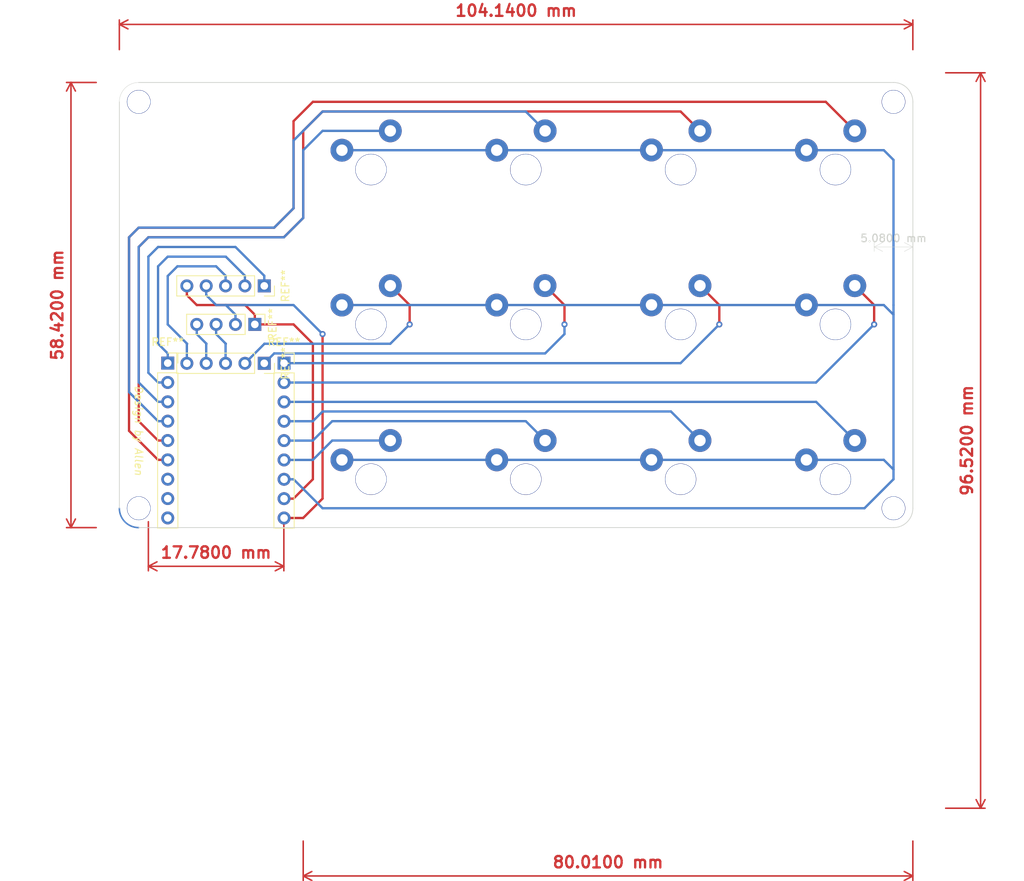
<source format=kicad_pcb>
(kicad_pcb (version 20211014) (generator pcbnew)
  (title_block (title "4*3_programmable_keyboard") (date "2022-05-29"))
  (layers (0 "F.Cu" signal) (31 "B.Cu" signal) (34 "B.Paste" user) (35 "F.Paste" user) (36 "B.SilkS" user "B.Silkscreen") (37 "F.SilkS" user "F.Silkscreen") (38 "B.Mask" user) (39 "F.Mask" user) (44 "Edge.Cuts" user))
  (net 0 "")
  (footprint "" (layer "F.Cu") (at 100.316608 79.98889)
    (fp_text reference "" (at 0 0) (layer "F.SilkS") (effects (font (size 1.27 1.27))))
    (fp_text value "" (at 0 0) (layer "F.SilkS") (effects (font (size 1.27 1.27))))
    (pad "1" thru_hole circle (at 0 0) (size 3 3) (drill 1.5) (layers *.Cu *.Mask))
  )
  (footprint "" (layer "F.Cu") (at 106.68 57.15)
    (fp_text reference "" (at 0 0) (layer "F.SilkS") (effects (font (size 1.27 1.27))))
    (fp_text value "" (at 0 0) (layer "F.SilkS") (effects (font (size 1.27 1.27))))
    (pad "1" thru_hole circle (at 0 0) (size 3 3) (drill 1.5) (layers *.Cu *.Mask))
  )
  (footprint "Connector_PinSocket_2.54mm:PinSocket_1x09_P2.54mm_Vertical" (layer "F.Cu") (at 52.095 87.64)
    (fp_text reference "REF**" (at 0 -2.77) (layer "F.SilkS"))
    (fp_text value "PinSocket_1x09_P2.54mm_Vertical")
    (fp_line (start -1.33 1.27) (end 1.33 1.27) (layer "F.SilkS") (width 0.12))
    (fp_line (start 1.33 1.27) (end 1.33 21.65) (layer "F.SilkS") (width 0.12))
    (fp_line (start -1.33 1.27) (end -1.33 21.65) (layer "F.SilkS") (width 0.12))
    (fp_line (start 1.33 -1.33) (end 1.33 0) (layer "F.SilkS") (width 0.12))
    (fp_line (start -1.33 21.65) (end 1.33 21.65) (layer "F.SilkS") (width 0.12))
    (fp_line (start 0 -1.33) (end 1.33 -1.33) (layer "F.SilkS") (width 0.12))
    (pad "1" thru_hole rect (at 0 0) (size 1.7 1.7) (drill 1) (layers *.Cu *.Mask))
    (pad "2" thru_hole oval (at 0 2.54) (size 1.7 1.7) (drill 1) (layers *.Cu *.Mask))
    (pad "3" thru_hole oval (at 0 5.08) (size 1.7 1.7) (drill 1) (layers *.Cu *.Mask))
    (pad "4" thru_hole oval (at 0 7.62) (size 1.7 1.7) (drill 1) (layers *.Cu *.Mask))
    (pad "5" thru_hole oval (at 0 10.16) (size 1.7 1.7) (drill 1) (layers *.Cu *.Mask))
    (pad "6" thru_hole oval (at 0 12.7) (size 1.7 1.7) (drill 1) (layers *.Cu *.Mask))
    (pad "7" thru_hole oval (at 0 15.24) (size 1.7 1.7) (drill 1) (layers *.Cu *.Mask))
    (pad "8" thru_hole oval (at 0 17.78) (size 1.7 1.7) (drill 1) (layers *.Cu *.Mask))
    (pad "9" thru_hole oval (at 0 20.32) (size 1.7 1.7) (drill 1) (layers *.Cu *.Mask))
  )
  (footprint "" (layer "F.Cu") (at 127 77.47)
    (fp_text reference "" (at 0 0) (layer "F.SilkS") (effects (font (size 1.27 1.27))))
    (fp_text value "" (at 0 0) (layer "F.SilkS") (effects (font (size 1.27 1.27))))
    (pad "1" thru_hole circle (at 0 0) (size 3 3) (drill 1.5) (layers *.Cu *.Mask))
  )
  (footprint "" (layer "F.Cu") (at 86.36 57.15)
    (fp_text reference "" (at 0 0) (layer "F.SilkS") (effects (font (size 1.27 1.27))))
    (fp_text value "" (at 0 0) (layer "F.SilkS") (effects (font (size 1.27 1.27))))
    (pad "1" thru_hole circle (at 0 0) (size 3 3) (drill 1.5) (layers *.Cu *.Mask))
  )
  (footprint "" (layer "F.Cu") (at 120.65 59.69)
    (fp_text reference "" (at 0 0) (layer "F.SilkS") (effects (font (size 1.27 1.27))))
    (fp_text value "" (at 0 0) (layer "F.SilkS") (effects (font (size 1.27 1.27))))
    (pad "1" thru_hole circle (at 0 0) (size 3 3) (drill 1.5) (layers *.Cu *.Mask))
  )
  (footprint "" (layer "F.Cu") (at 80.01 80.01)
    (fp_text reference "" (at 0 0) (layer "F.SilkS") (effects (font (size 1.27 1.27))))
    (fp_text value "" (at 0 0) (layer "F.SilkS") (effects (font (size 1.27 1.27))))
    (pad "1" thru_hole circle (at 0 0) (size 3 3) (drill 1.5) (layers *.Cu *.Mask))
  )
  (footprint "" (layer "F.Cu") (at 80.01 59.69)
    (fp_text reference "" (at 0 0) (layer "F.SilkS") (effects (font (size 1.27 1.27))))
    (fp_text value "" (at 0 0) (layer "F.SilkS") (effects (font (size 1.27 1.27))))
    (pad "1" thru_hole circle (at 0 0) (size 3 3) (drill 1.5) (layers *.Cu *.Mask))
  )
  (footprint "" (layer "F.Cu") (at 100.316608 59.659281)
    (fp_text reference "" (at 0 0) (layer "F.SilkS") (effects (font (size 1.27 1.27))))
    (fp_text value "" (at 0 0) (layer "F.SilkS") (effects (font (size 1.27 1.27))))
    (pad "1" thru_hole circle (at 0 0) (size 3 3) (drill 1.5) (layers *.Cu *.Mask))
  )
  (footprint "Connector_PinSocket_2.54mm:PinSocket_1x09_P2.54mm_Vertical" (layer "F.Cu") (at 36.83 87.63)
    (fp_text reference "REF**" (at 0 -2.77) (layer "F.SilkS"))
    (fp_text value "PinSocket_1x09_P2.54mm_Vertical")
    (fp_line (start -1.33 1.27) (end 1.33 1.27) (layer "F.SilkS") (width 0.12))
    (fp_line (start 1.33 1.27) (end 1.33 21.65) (layer "F.SilkS") (width 0.12))
    (fp_line (start -1.33 1.27) (end -1.33 21.65) (layer "F.SilkS") (width 0.12))
    (fp_line (start 1.33 -1.33) (end 1.33 0) (layer "F.SilkS") (width 0.12))
    (fp_line (start -1.33 21.65) (end 1.33 21.65) (layer "F.SilkS") (width 0.12))
    (fp_line (start 0 -1.33) (end 1.33 -1.33) (layer "F.SilkS") (width 0.12))
    (pad "1" thru_hole rect (at 0 0) (size 1.7 1.7) (drill 1) (layers *.Cu *.Mask))
    (pad "2" thru_hole oval (at 0 2.54) (size 1.7 1.7) (drill 1) (layers *.Cu *.Mask))
    (pad "3" thru_hole oval (at 0 5.08) (size 1.7 1.7) (drill 1) (layers *.Cu *.Mask))
    (pad "4" thru_hole oval (at 0 7.62) (size 1.7 1.7) (drill 1) (layers *.Cu *.Mask))
    (pad "5" thru_hole oval (at 0 10.16) (size 1.7 1.7) (drill 1) (layers *.Cu *.Mask))
    (pad "6" thru_hole oval (at 0 12.7) (size 1.7 1.7) (drill 1) (layers *.Cu *.Mask))
    (pad "7" thru_hole oval (at 0 15.24) (size 1.7 1.7) (drill 1) (layers *.Cu *.Mask))
    (pad "8" thru_hole oval (at 0 17.78) (size 1.7 1.7) (drill 1) (layers *.Cu *.Mask))
    (pad "9" thru_hole oval (at 0 20.32) (size 1.7 1.7) (drill 1) (layers *.Cu *.Mask))
  )
  (footprint "" (layer "F.Cu") (at 59.69 59.69)
    (fp_text reference "" (at 0 0) (layer "F.SilkS") (effects (font (size 1.27 1.27))))
    (fp_text value "" (at 0 0) (layer "F.SilkS") (effects (font (size 1.27 1.27))))
    (pad "1" thru_hole circle (at 0 0) (size 3 3) (drill 1.5) (layers *.Cu *.Mask))
  )
  (footprint "" (layer "F.Cu") (at 120.65 100.33)
    (fp_text reference "" (at 0 0) (layer "F.SilkS") (effects (font (size 1.27 1.27))))
    (fp_text value "" (at 0 0) (layer "F.SilkS") (effects (font (size 1.27 1.27))))
    (pad "1" thru_hole circle (at 0 0) (size 3 3) (drill 1.5) (layers *.Cu *.Mask))
  )
  (footprint "" (layer "F.Cu") (at 100.316608 100.318499)
    (fp_text reference "" (at 0 0) (layer "F.SilkS") (effects (font (size 1.27 1.27))))
    (fp_text value "" (at 0 0) (layer "F.SilkS") (effects (font (size 1.27 1.27))))
    (pad "1" thru_hole circle (at 0 0) (size 3 3) (drill 1.5) (layers *.Cu *.Mask))
  )
  (footprint "" (layer "F.Cu") (at 66.04 77.47)
    (fp_text reference "" (at 0 0) (layer "F.SilkS") (effects (font (size 1.27 1.27))))
    (fp_text value "" (at 0 0) (layer "F.SilkS") (effects (font (size 1.27 1.27))))
    (pad "1" thru_hole circle (at 0 0) (size 3 3) (drill 1.5) (layers *.Cu *.Mask))
  )
  (footprint "" (layer "F.Cu") (at 86.36 97.79)
    (fp_text reference "" (at 0 0) (layer "F.SilkS") (effects (font (size 1.27 1.27))))
    (fp_text value "" (at 0 0) (layer "F.SilkS") (effects (font (size 1.27 1.27))))
    (pad "1" thru_hole circle (at 0 0) (size 3 3) (drill 1.5) (layers *.Cu *.Mask))
  )
  (footprint "" (layer "F.Cu") (at 66.04 97.79)
    (fp_text reference "" (at 0 0) (layer "F.SilkS") (effects (font (size 1.27 1.27))))
    (fp_text value "" (at 0 0) (layer "F.SilkS") (effects (font (size 1.27 1.27))))
    (pad "1" thru_hole circle (at 0 0) (size 3 3) (drill 1.5) (layers *.Cu *.Mask))
  )
  (footprint "" (layer "F.Cu") (at 86.340782 77.460391)
    (fp_text reference "" (at 0 0) (layer "F.SilkS") (effects (font (size 1.27 1.27))))
    (fp_text value "" (at 0 0) (layer "F.SilkS") (effects (font (size 1.27 1.27))))
    (pad "1" thru_hole circle (at 0 0) (size 3 3) (drill 1.5) (layers *.Cu *.Mask))
  )
  (footprint "" (layer "F.Cu") (at 80.01 100.33)
    (fp_text reference "" (at 0 0) (layer "F.SilkS") (effects (font (size 1.27 1.27))))
    (fp_text value "" (at 0 0) (layer "F.SilkS") (effects (font (size 1.27 1.27))))
    (pad "1" thru_hole circle (at 0 0) (size 3 3) (drill 1.5) (layers *.Cu *.Mask))
  )
  (footprint "" (layer "F.Cu") (at 106.68 97.79)
    (fp_text reference "" (at 0 0) (layer "F.SilkS") (effects (font (size 1.27 1.27))))
    (fp_text value "" (at 0 0) (layer "F.SilkS") (effects (font (size 1.27 1.27))))
    (pad "1" thru_hole circle (at 0 0) (size 3 3) (drill 1.5) (layers *.Cu *.Mask))
  )
  (footprint "" (layer "F.Cu") (at 59.69 80.01)
    (fp_text reference "" (at 0 0) (layer "F.SilkS") (effects (font (size 1.27 1.27))))
    (fp_text value "" (at 0 0) (layer "F.SilkS") (effects (font (size 1.27 1.27))))
    (pad "1" thru_hole circle (at 0 0) (size 3 3) (drill 1.5) (layers *.Cu *.Mask))
  )
  (footprint "" (layer "F.Cu") (at 106.68 77.47)
    (fp_text reference "" (at 0 0) (layer "F.SilkS") (effects (font (size 1.27 1.27))))
    (fp_text value "" (at 0 0) (layer "F.SilkS") (effects (font (size 1.27 1.27))))
    (pad "1" thru_hole circle (at 0 0) (size 3 3) (drill 1.5) (layers *.Cu *.Mask))
  )
  (footprint "" (layer "F.Cu") (at 127 97.79)
    (fp_text reference "" (at 0 0) (layer "F.SilkS") (effects (font (size 1.27 1.27))))
    (fp_text value "" (at 0 0) (layer "F.SilkS") (effects (font (size 1.27 1.27))))
    (pad "1" thru_hole circle (at 0 0) (size 3 3) (drill 1.5) (layers *.Cu *.Mask))
  )
  (footprint "" (layer "F.Cu") (at 120.646217 79.98889)
    (fp_text reference "" (at 0 0) (layer "F.SilkS") (effects (font (size 1.27 1.27))))
    (fp_text value "" (at 0 0) (layer "F.SilkS") (effects (font (size 1.27 1.27))))
    (pad "1" thru_hole circle (at 0 0) (size 3 3) (drill 1.5) (layers *.Cu *.Mask))
  )
  (footprint "Connector_PinSocket_2.54mm:PinSocket_1x05_P2.54mm_Vertical" (layer "F.Cu") (at 49.5 87.655 -90)
    (fp_text reference "REF**" (at 0 -2.77 90) (layer "F.SilkS"))
    (fp_text value "PinSocket_1x05_P2.54mm_Vertical")
    (fp_line (start -1.33 11.49) (end 1.33 11.49) (layer "F.SilkS") (width 0.12))
    (fp_line (start 1.33 -1.33) (end 1.33 0) (layer "F.SilkS") (width 0.12))
    (fp_line (start -1.33 1.27) (end 1.33 1.27) (layer "F.SilkS") (width 0.12))
    (fp_line (start -1.33 1.27) (end -1.33 11.49) (layer "F.SilkS") (width 0.12))
    (fp_line (start 1.33 1.27) (end 1.33 11.49) (layer "F.SilkS") (width 0.12))
    (fp_line (start 0 -1.33) (end 1.33 -1.33) (layer "F.SilkS") (width 0.12))
    (pad "1" thru_hole rect (at 0 0 270) (size 1.7 1.7) (drill 1) (layers *.Cu *.Mask))
    (pad "2" thru_hole oval (at 0 2.54 270) (size 1.7 1.7) (drill 1) (layers *.Cu *.Mask))
    (pad "3" thru_hole oval (at 0 5.08 270) (size 1.7 1.7) (drill 1) (layers *.Cu *.Mask))
    (pad "4" thru_hole oval (at 0 7.62 270) (size 1.7 1.7) (drill 1) (layers *.Cu *.Mask))
    (pad "5" thru_hole oval (at 0 10.16 270) (size 1.7 1.7) (drill 1) (layers *.Cu *.Mask))
  )
  (footprint "Connector_PinHeader_2.54mm:PinHeader_1x04_P2.54mm_Vertical" (layer "F.Cu") (at 48.26 82.55 -90)
    (fp_text reference "REF**" (at 0 -2.33 90) (layer "F.SilkS"))
    (fp_text value "PinHeader_1x04_P2.54mm_Vertical")
    (fp_line (start -1.33 8.95) (end 1.33 8.95) (layer "F.SilkS") (width 0.12))
    (fp_line (start -1.33 1.27) (end 1.33 1.27) (layer "F.SilkS") (width 0.12))
    (fp_line (start 1.33 1.27) (end 1.33 8.95) (layer "F.SilkS") (width 0.12))
    (fp_line (start -1.33 0) (end -1.33 -1.33) (layer "F.SilkS") (width 0.12))
    (fp_line (start -1.33 -1.33) (end 0 -1.33) (layer "F.SilkS") (width 0.12))
    (fp_line (start -1.33 1.27) (end -1.33 8.95) (layer "F.SilkS") (width 0.12))
    (pad "1" thru_hole rect (at 0 0 270) (size 1.7 1.7) (drill 1) (layers *.Cu *.Mask))
    (pad "2" thru_hole oval (at 0 2.54 270) (size 1.7 1.7) (drill 1) (layers *.Cu *.Mask))
    (pad "3" thru_hole oval (at 0 5.08 270) (size 1.7 1.7) (drill 1) (layers *.Cu *.Mask))
    (pad "4" thru_hole oval (at 0 7.62 270) (size 1.7 1.7) (drill 1) (layers *.Cu *.Mask))
  )
  (footprint "Connector_PinSocket_2.54mm:PinSocket_1x05_P2.54mm_Vertical" (layer "F.Cu") (at 49.5 77.495 -90)
    (fp_text reference "REF**" (at 0 -2.77 90) (layer "F.SilkS"))
    (fp_text value "PinSocket_1x05_P2.54mm_Vertical")
    (fp_line (start -1.33 1.27) (end -1.33 11.49) (layer "F.SilkS") (width 0.12))
    (fp_line (start -1.33 11.49) (end 1.33 11.49) (layer "F.SilkS") (width 0.12))
    (fp_line (start 1.33 1.27) (end 1.33 11.49) (layer "F.SilkS") (width 0.12))
    (fp_line (start 0 -1.33) (end 1.33 -1.33) (layer "F.SilkS") (width 0.12))
    (fp_line (start -1.33 1.27) (end 1.33 1.27) (layer "F.SilkS") (width 0.12))
    (fp_line (start 1.33 -1.33) (end 1.33 0) (layer "F.SilkS") (width 0.12))
    (pad "1" thru_hole rect (at 0 0 270) (size 1.7 1.7) (drill 1) (layers *.Cu *.Mask))
    (pad "2" thru_hole oval (at 0 2.54 270) (size 1.7 1.7) (drill 1) (layers *.Cu *.Mask))
    (pad "3" thru_hole oval (at 0 5.08 270) (size 1.7 1.7) (drill 1) (layers *.Cu *.Mask))
    (pad "4" thru_hole oval (at 0 7.62 270) (size 1.7 1.7) (drill 1) (layers *.Cu *.Mask))
    (pad "5" thru_hole oval (at 0 10.16 270) (size 1.7 1.7) (drill 1) (layers *.Cu *.Mask))
  )
  (footprint "" (layer "F.Cu") (at 66.04 57.15)
    (fp_text reference "" (at 0 0) (layer "F.SilkS") (effects (font (size 1.27 1.27))))
    (fp_text value "" (at 0 0) (layer "F.SilkS") (effects (font (size 1.27 1.27))))
    (pad "1" thru_hole circle (at 0 0) (size 3 3) (drill 1.5) (layers *.Cu *.Mask))
  )
  (footprint "" (layer "F.Cu") (at 59.69 100.33)
    (fp_text reference "" (at 0 0) (layer "F.SilkS") (effects (font (size 1.27 1.27))))
    (fp_text value "" (at 0 0) (layer "F.SilkS") (effects (font (size 1.27 1.27))))
    (pad "1" thru_hole circle (at 0 0) (size 3 3) (drill 1.5) (layers *.Cu *.Mask))
  )
  (footprint "" (layer "F.Cu") (at 127 57.15)
    (fp_text reference "" (at 0 0) (layer "F.SilkS") (effects (font (size 1.27 1.27))))
    (fp_text value "" (at 0 0) (layer "F.SilkS") (effects (font (size 1.27 1.27))))
    (pad "1" thru_hole circle (at 0 0) (size 3 3) (drill 1.5) (layers *.Cu *.Mask))
  )
  (gr_arc (start 33.02 109.22) (mid 31.223949 108.476051) (end 30.48 106.68) (layer "B.Cu") (width 0.2))
  (gr_arc (start 134.62 106.68) (mid 133.876051 108.476051) (end 132.08 109.22) (layer "Edge.Cuts") (width 0.1))
  (gr_line (start 33.02 109.22) (end 132.08 109.22) (layer "Edge.Cuts") (width 0.1))
  (gr_line (start 30.48 106.68) (end 30.48 53.34) (layer "Edge.Cuts") (width 0.1))
  (gr_line (start 134.62 106.68) (end 134.62 53.34) (layer "Edge.Cuts") (width 0.1))
  (gr_arc (start 132.08 50.8) (mid 133.876051 51.543949) (end 134.62 53.34) (layer "Edge.Cuts") (width 0.1))
  (gr_line (start 132.08 50.8) (end 33.02 50.8) (layer "Edge.Cuts") (width 0.1))
  (gr_arc (start 30.48 53.34) (mid 31.223949 51.543949) (end 33.02 50.8) (layer "Edge.Cuts") (width 0.05))
  (gr_text "Design by Allen" (at 33.02 96.52 -90) (layer "F.SilkS") (effects (font (size 1 1) (thickness 0.15) italic)))
  (dimension (type aligned) (layer "F.Cu") (pts (xy 27.94 50.8) (xy 27.94 109.22)) (height 3.809999) (gr_text "58.4200 mm" (at 22.330001 80.01 90) (layer "F.Cu") (effects (font (size 1.5 1.5) (thickness 0.3)))) (format (units 3) (units_format 1) (precision 4)) (style (thickness 0.2) (arrow_length 1.27) (text_position_mode 0) (extension_height 0.58642) (extension_offset 0.5) keep_text_aligned))
  (dimension (type aligned) (layer "F.Cu") (pts (xy 134.62 149.86) (xy 54.61 149.86)) (height -5.08) (gr_text "80.0100 mm" (at 94.615 153.14) (layer "F.Cu") (effects (font (size 1.5 1.5) (thickness 0.3)))) (format (units 3) (units_format 1) (precision 4)) (style (thickness 0.2) (arrow_length 1.27) (text_position_mode 0) (extension_height 0.58642) (extension_offset 0.5) keep_text_aligned))
  (dimension (type aligned) (layer "F.Cu") (pts (xy 52.07 107.95) (xy 34.29 107.95)) (height -6.35) (gr_text "17.7800 mm" (at 43.18 112.5) (layer "F.Cu") (effects (font (size 1.5 1.5) (thickness 0.3)))) (format (units 3) (units_format 1) (precision 4)) (style (thickness 0.2) (arrow_length 1.27) (text_position_mode 0) (extension_height 0.58642) (extension_offset 0.5) keep_text_aligned))
  (dimension (type aligned) (layer "F.Cu") (pts (xy 138.43 49.53) (xy 138.43 146.05)) (height -5.08) (gr_text "96.5200 mm" (at 141.71 97.79 90) (layer "F.Cu") (effects (font (size 1.5 1.5) (thickness 0.3)))) (format (units 3) (units_format 1) (precision 4)) (style (thickness 0.2) (arrow_length 1.27) (text_position_mode 0) (extension_height 0.58642) (extension_offset 0.5) keep_text_aligned))
  (dimension (type aligned) (layer "F.Cu") (pts (xy 134.62 46.99) (xy 30.48 46.99)) (height 3.81) (gr_text "104.1400 mm" (at 82.55 41.38) (layer "F.Cu") (effects (font (size 1.5 1.5) (thickness 0.3)))) (format (units 3) (units_format 1) (precision 4)) (style (thickness 0.2) (arrow_length 1.27) (text_position_mode 0) (extension_height 0.58642) (extension_offset 0.5) keep_text_aligned))
  (dimension (type aligned) (layer "Edge.Cuts") (pts (xy 134.62 71.12) (xy 129.54 71.12)) (height -1.27) (gr_text "5.0800 mm" (at 132.08 71.24) (layer "Edge.Cuts") (effects (font (size 1 1) (thickness 0.15)))) (format (units 3) (units_format 1) (precision 4)) (style (thickness 0.05) (arrow_length 1.27) (text_position_mode 0) (extension_height 0.58642) (extension_offset 0.5) keep_text_aligned))
  (segment (start 66.04 77.47) (end 68.58 80.01) (width 0.3048) (layer "F.Cu") (net 0))
  (segment (start 55.88 102.87) (end 53.33 105.42) (width 0.3048) (layer "F.Cu") (net 0))
  (segment (start 48.26 82.55) (end 53.34 82.55) (width 0.3048) (layer "F.Cu") (net 0))
  (segment (start 54.61 57.15) (end 54.61 68.58) (width 0.3048) (layer "F.Cu") (net 0))
  (segment (start 39.34 77.495) (end 39.34 78.71) (width 0.3048) (layer "F.Cu") (net 0))
  (segment (start 53.34 55.88) (end 53.34 67.31) (width 0.3048) (layer "F.Cu") (net 0))
  (segment (start 35.56 97.79) (end 36.83 97.79) (width 0.3048) (layer "F.Cu") (net 0))
  (segment (start 127 57.15) (end 123.19 53.34) (width 0.3048) (layer "F.Cu") (net 0))
  (segment (start 127 77.47) (end 129.54 80.01) (width 0.3048) (layer "F.Cu") (net 0))
  (segment (start 48.26 81.28) (end 48.26 82.55) (width 0.3048) (layer "F.Cu") (net 0))
  (segment (start 53.34 67.31) (end 50.8 69.85) (width 0.3048) (layer "F.Cu") (net 0))
  (segment (start 53.33 105.42) (end 52.095 105.42) (width 0.3048) (layer "F.Cu") (net 0))
  (segment (start 86.340782 77.460391) (end 88.9 80.019609) (width 0.3048) (layer "F.Cu") (net 0))
  (segment (start 57.15 105.41) (end 54.6 107.96) (width 0.3048) (layer "F.Cu") (net 0))
  (segment (start 106.68 57.15) (end 104.14 54.61) (width 0.3048) (layer "F.Cu") (net 0))
  (segment (start 33.02 95.25) (end 35.56 97.79) (width 0.3048) (layer "F.Cu") (net 0))
  (segment (start 106.68 77.47) (end 109.22 80.01) (width 0.3048) (layer "F.Cu") (net 0))
  (segment (start 34.29 71.12) (end 33.02 72.39) (width 0.3048) (layer "F.Cu") (net 0))
  (segment (start 31.75 71.12) (end 31.75 96.52) (width 0.3048) (layer "F.Cu") (net 0))
  (segment (start 40.64 80.01) (end 46.99 80.01) (width 0.3048) (layer "F.Cu") (net 0))
  (segment (start 104.14 54.61) (end 57.15 54.61) (width 0.3048) (layer "F.Cu") (net 0))
  (segment (start 31.75 96.52) (end 35.56 100.33) (width 0.3048) (layer "F.Cu") (net 0))
  (segment (start 55.88 53.34) (end 53.34 55.88) (width 0.3048) (layer "F.Cu") (net 0))
  (segment (start 55.88 85.09) (end 55.88 102.87) (width 0.3048) (layer "F.Cu") (net 0))
  (segment (start 50.8 69.85) (end 33.02 69.85) (width 0.3048) (layer "F.Cu") (net 0))
  (segment (start 54.61 68.58) (end 52.07 71.12) (width 0.3048) (layer "F.Cu") (net 0))
  (segment (start 53.34 82.55) (end 55.88 85.09) (width 0.3048) (layer "F.Cu") (net 0))
  (segment (start 129.54 80.01) (end 129.54 82.55) (width 0.3048) (layer "F.Cu") (net 0))
  (segment (start 33.02 69.85) (end 31.75 71.12) (width 0.3048) (layer "F.Cu") (net 0))
  (segment (start 52.07 71.12) (end 34.29 71.12) (width 0.3048) (layer "F.Cu") (net 0))
  (segment (start 123.19 53.34) (end 55.88 53.34) (width 0.3048) (layer "F.Cu") (net 0))
  (segment (start 68.58 80.01) (end 68.58 82.55) (width 0.3048) (layer "F.Cu") (net 0))
  (segment (start 35.56 100.33) (end 36.83 100.33) (width 0.3048) (layer "F.Cu") (net 0))
  (segment (start 88.9 80.019609) (end 88.9 82.55) (width 0.3048) (layer "F.Cu") (net 0))
  (segment (start 46.99 80.01) (end 48.26 81.28) (width 0.3048) (layer "F.Cu") (net 0))
  (segment (start 109.22 80.01) (end 109.22 82.55) (width 0.3048) (layer "F.Cu") (net 0))
  (segment (start 54.6 107.96) (end 52.095 107.96) (width 0.3048) (layer "F.Cu") (net 0))
  (segment (start 39.34 78.71) (end 40.64 80.01) (width 0.3048) (layer "F.Cu") (net 0))
  (segment (start 57.15 83.82) (end 57.15 105.41) (width 0.3048) (layer "F.Cu") (net 0))
  (segment (start 57.15 54.61) (end 54.61 57.15) (width 0.3048) (layer "F.Cu") (net 0))
  (segment (start 33.02 72.39) (end 33.02 95.25) (width 0.3048) (layer "F.Cu") (net 0))
  (via (at 83.82 82.55) (size 4.1) (drill 4) (layers "F.Cu" "B.Cu") (net 0))
  (via (at 124.46 82.55) (size 4.1) (drill 4) (layers "F.Cu" "B.Cu") (net 0))
  (via (at 129.54 82.55) (size 0.8) (drill 0.4) (layers "F.Cu" "B.Cu") (net 0))
  (via (at 33.02 106.68) (size 3.1) (drill 3) (layers "F.Cu" "B.Cu") (net 0))
  (via (at 104.14 102.87) (size 4.1) (drill 4) (layers "F.Cu" "B.Cu") (net 0))
  (via (at 83.82 102.87) (size 4.1) (drill 4) (layers "F.Cu" "B.Cu") (net 0))
  (via (at 63.5 82.55) (size 4.1) (drill 4) (layers "F.Cu" "B.Cu") (net 0))
  (via (at 124.46 62.23) (size 4.1) (drill 4) (layers "F.Cu" "B.Cu") (net 0))
  (via (at 132.08 106.68) (size 3.1) (drill 3) (layers "F.Cu" "B.Cu") (net 0))
  (via (at 83.82 62.23) (size 4.1) (drill 4) (layers "F.Cu" "B.Cu") (net 0))
  (via (at 33.02 53.34) (size 3.1) (drill 3) (layers "F.Cu" "B.Cu") (net 0))
  (via (at 63.5 102.87) (size 4.1) (drill 4) (layers "F.Cu" "B.Cu") (net 0))
  (via (at 104.14 82.55) (size 4.1) (drill 4) (layers "F.Cu" "B.Cu") (net 0))
  (via (at 109.22 82.55) (size 0.8) (drill 0.4) (layers "F.Cu" "B.Cu") (net 0))
  (via (at 124.46 102.87) (size 4.1) (drill 4) (layers "F.Cu" "B.Cu") (net 0))
  (via (at 88.9 82.55) (size 0.8) (drill 0.4) (layers "F.Cu" "B.Cu") (net 0))
  (via (at 63.5 62.23) (size 4.1) (drill 4) (layers "F.Cu" "B.Cu") (net 0))
  (via (at 104.14 62.23) (size 4.1) (drill 4) (layers "F.Cu" "B.Cu") (net 0))
  (via (at 68.58 82.55) (size 0.8) (drill 0.4) (layers "F.Cu" "B.Cu") (net 0))
  (via (at 57.15 83.82) (size 0.8) (drill 0.4) (layers "F.Cu" "B.Cu") (net 0))
  (via (at 132.08 53.34) (size 3.1) (drill 3) (layers "F.Cu" "B.Cu") (net 0))
  (segment (start 44.45 85.09) (end 44.42 85.12) (width 0.3048) (layer "B.Cu") (net 0))
  (segment (start 57.15 54.61) (end 53.34 58.42) (width 0.3048) (layer "B.Cu") (net 0))
  (segment (start 34.29 71.12) (end 33.02 72.39) (width 0.3048) (layer "B.Cu") (net 0))
  (segment (start 40.64 83.82) (end 41.91 85.09) (width 0.3048) (layer "B.Cu") (net 0))
  (segment (start 49.505 87.655) (end 50.8 86.36) (width 0.3048) (layer "B.Cu") (net 0))
  (segment (start 44.45 80.01) (end 53.34 80.01) (width 0.3048) (layer "B.Cu") (net 0))
  (segment (start 50.8 69.85) (end 33.02 69.85) (width 0.3048) (layer "B.Cu") (net 0))
  (segment (start 53.34 67.31) (end 50.8 69.85) (width 0.3048) (layer "B.Cu") (net 0))
  (segment (start 40.64 82.55) (end 40.64 83.82) (width 0.3048) (layer "B.Cu") (net 0))
  (segment (start 132.08 102.87) (end 128.27 106.68) (width 0.3048) (layer "B.Cu") (net 0))
  (segment (start 45.72 72.39) (end 35.56 72.39) (width 0.3048) (layer "B.Cu") (net 0))
  (segment (start 83.82 54.61) (end 57.15 54.61) (width 0.3048) (layer "B.Cu") (net 0))
  (segment (start 43.18 83.82) (end 44.45 85.09) (width 0.3048) (layer "B.Cu") (net 0))
  (segment (start 33.02 69.85) (end 31.75 71.12) (width 0.3048) (layer "B.Cu") (net 0))
  (segment (start 45.72 81.28) (end 45.72 82.55) (width 0.3048) (layer "B.Cu") (net 0))
  (segment (start 52.095 92.72) (end 121.93 92.72) (width 0.3048) (layer "B.Cu") (net 0))
  (segment (start 55.87 100.34) (end 52.095 100.34) (width 0.3048) (layer "B.Cu") (net 0))
  (segment (start 46.96 87.655) (end 49.525 85.09) (width 0.3048) (layer "B.Cu") (net 0))
  (segment (start 57.15 57.15) (end 54.61 59.69) (width 0.3048) (layer "B.Cu") (net 0))
  (segment (start 104.13 87.64) (end 52.095 87.64) (width 0.3048) (layer "B.Cu") (net 0))
  (segment (start 49.53 85.09) (end 66.04 85.09) (width 0.3048) (layer "B.Cu") (net 0))
  (segment (start 36.83 86.36) (end 36.83 87.63) (width 0.3048) (layer "B.Cu") (net 0))
  (segment (start 130.81 59.69) (end 132.08 60.96) (width 0.3048) (layer "B.Cu") (net 0))
  (segment (start 46.96 76.17) (end 44.45 73.66) (width 0.3048) (layer "B.Cu") (net 0))
  (segment (start 36.83 73.66) (end 35.56 74.93) (width 0.3048) (layer "B.Cu") (net 0))
  (segment (start 121.93 92.72) (end 127 97.79) (width 0.3048) (layer "B.Cu") (net 0))
  (segment (start 35.56 90.17) (end 36.83 90.17) (width 0.3048) (layer "B.Cu") (net 0))
  (segment (start 31.75 91.44) (end 35.56 95.25) (width 0.3048) (layer "B.Cu") (net 0))
  (segment (start 44.42 76.23) (end 44.45 76.2) (width 0.3048) (layer "B.Cu") (net 0))
  (segment (start 34.29 88.9) (end 35.56 90.17) (width 0.3048) (layer "B.Cu") (net 0))
  (segment (start 36.83 82.55) (end 39.37 85.09) (width 0.3048) (layer "B.Cu") (net 0))
  (segment (start 41.88 77.495) (end 41.88 78.71) (width 0.3048) (layer "B.Cu") (net 0))
  (segment (start 52.07 71.12) (end 34.29 71.12) (width 0.3048) (layer "B.Cu") (net 0))
  (segment (start 43.18 74.93) (end 38.1 74.93) (width 0.3048) (layer "B.Cu") (net 0))
  (segment (start 86.36 86.36) (end 88.9 83.82) (width 0.3048) (layer "B.Cu") (net 0))
  (segment (start 88.9 83.82) (end 88.9 82.55) (width 0.3048) (layer "B.Cu") (net 0))
  (segment (start 44.42 77.495) (end 44.42 76.23) (width 0.3048) (layer "B.Cu") (net 0))
  (segment (start 34.29 73.66) (end 34.29 88.9) (width 0.3048) (layer "B.Cu") (net 0))
  (segment (start 44.42 85.12) (end 44.42 87.655) (width 0.3048) (layer "B.Cu") (net 0))
  (segment (start 35.56 72.39) (end 34.29 73.66) (width 0.3048) (layer "B.Cu") (net 0))
  (segment (start 66.04 57.15) (end 57.15 57.15) (width 0.3048) (layer "B.Cu") (net 0))
  (segment (start 58.42 95.25) (end 83.82 95.25) (width 0.3048) (layer "B.Cu") (net 0))
  (segment (start 35.56 85.09) (end 36.83 86.36) (width 0.3048) (layer "B.Cu") (net 0))
  (segment (start 43.18 82.55) (end 43.18 83.82) (width 0.3048) (layer "B.Cu") (net 0))
  (segment (start 66.04 85.09) (end 68.58 82.55) (width 0.3048) (layer "B.Cu") (net 0))
  (segment (start 41.88 78.71) (end 43.18 80.01) (width 0.3048) (layer "B.Cu") (net 0))
  (segment (start 50.8 86.36) (end 86.36 86.36) (width 0.3048) (layer "B.Cu") (net 0))
  (segment (start 53.34 58.42) (end 53.34 67.31) (width 0.3048) (layer "B.Cu") (net 0))
  (segment (start 132.08 80.01) (end 132.08 101.6) (width 0.3048) (layer "B.Cu") (net 0))
  (segment (start 130.81 100.33) (end 132.08 101.6) (width 0.3048) (layer "B.Cu") (net 0))
  (segment (start 49.525 85.09) (end 49.53 85.09) (width 0.3048) (layer "B.Cu") (net 0))
  (segment (start 57.15 106.68) (end 53.34 102.87) (width 0.3048) (layer "B.Cu") (net 0))
  (segment (start 44.45 73.66) (end 36.83 73.66) (width 0.3048) (layer "B.Cu") (net 0))
  (segment (start 102.87 93.98) (end 106.68 97.79) (width 0.3048) (layer "B.Cu") (net 0))
  (segment (start 49.5 87.655) (end 49.505 87.655) (width 0.3048) (layer "B.Cu") (net 0))
  (segment (start 58.42 97.79) (end 55.87 100.34) (width 0.3048) (layer "B.Cu") (net 0))
  (segment (start 52.095 97.8) (end 55.87 97.8) (width 0.3048) (layer "B.Cu") (net 0))
  (segment (start 35.56 92.71) (end 36.83 92.71) (width 0.3048) (layer "B.Cu") (net 0))
  (segment (start 66.04 97.79) (end 58.42 97.79) (width 0.3048) (layer "B.Cu") (net 0))
  (segment (start 44.45 76.2) (end 43.18 74.93) (width 0.3048) (layer "B.Cu") (net 0))
  (segment (start 132.08 101.6) (end 132.08 102.87) (width 0.3048) (layer "B.Cu") (net 0))
  (segment (start 49.5 77.495) (end 49.5 76.17) (width 0.3048) (layer "B.Cu") (net 0))
  (segment (start 57.15 93.98) (end 102.87 93.98) (width 0.3048) (layer "B.Cu") (net 0))
  (segment (start 53.34 102.87) (end 53.33 102.88) (width 0.3048) (layer "B.Cu") (net 0))
  (segment (start 44.45 80.01) (end 45.72 81.28) (width 0.3048) (layer "B.Cu") (net 0))
  (segment (start 41.91 85.09) (end 41.88 85.12) (width 0.3048) (layer "B.Cu") (net 0))
  (segment (start 53.33 102.88) (end 52.095 102.88) (width 0.3048) (layer "B.Cu") (net 0))
  (segment (start 86.36 57.15) (end 83.82 54.61) (width 0.3048) (layer "B.Cu") (net 0))
  (segment (start 109.22 82.55) (end 104.13 87.64) (width 0.3048) (layer "B.Cu") (net 0))
  (segment (start 54.61 59.69) (end 54.61 68.58) (width 0.3048) (layer "B.Cu") (net 0))
  (segment (start 49.5 76.17) (end 45.72 72.39) (width 0.3048) (layer "B.Cu") (net 0))
  (segment (start 121.91 90.18) (end 52.095 90.18) (width 0.3048) (layer "B.Cu") (net 0))
  (segment (start 35.56 95.25) (end 36.83 95.25) (width 0.3048) (layer "B.Cu") (net 0))
  (segment (start 31.75 71.12) (end 31.75 91.44) (width 0.3048) (layer "B.Cu") (net 0))
  (segment (start 83.82 95.25) (end 86.36 97.79) (width 0.3048) (layer "B.Cu") (net 0))
  (segment (start 33.02 72.39) (end 33.02 90.17) (width 0.3048) (layer "B.Cu") (net 0))
  (segment (start 59.69 59.69) (end 130.81 59.69) (width 0.3048) (layer "B.Cu") (net 0))
  (segment (start 59.69 80.01) (end 130.81 80.01) (width 0.3048) (layer "B.Cu") (net 0))
  (segment (start 38.1 74.93) (end 36.83 76.2) (width 0.3048) (layer "B.Cu") (net 0))
  (segment (start 35.56 74.93) (end 35.56 85.09) (width 0.3048) (layer "B.Cu") (net 0))
  (segment (start 46.96 77.495) (end 46.96 76.17) (width 0.3048) (layer "B.Cu") (net 0))
  (segment (start 41.88 85.12) (end 41.88 87.655) (width 0.3048) (layer "B.Cu") (net 0))
  (segment (start 33.02 90.17) (end 35.56 92.71) (width 0.3048) (layer "B.Cu") (net 0))
  (segment (start 128.27 106.68) (end 57.15 106.68) (width 0.3048) (layer "B.Cu") (net 0))
  (segment (start 54.61 68.58) (end 52.07 71.12) (width 0.3048) (layer "B.Cu") (net 0))
  (segment (start 55.87 95.26) (end 57.15 93.98) (width 0.3048) (layer "B.Cu") (net 0))
  (segment (start 55.87 97.8) (end 58.42 95.25) (width 0.3048) (layer "B.Cu") (net 0))
  (segment (start 132.08 60.96) (end 132.08 80.01) (width 0.3048) (layer "B.Cu") (net 0))
  (segment (start 39.37 85.09) (end 39.34 85.12) (width 0.3048) (layer "B.Cu") (net 0))
  (segment (start 52.095 95.26) (end 55.87 95.26) (width 0.3048) (layer "B.Cu") (net 0))
  (segment (start 130.81 80.01) (end 132.08 81.28) (width 0.3048) (layer "B.Cu") (net 0))
  (segment (start 36.83 76.2) (end 36.83 82.55) (width 0.3048) (layer "B.Cu") (net 0))
  (segment (start 53.34 80.01) (end 57.15 83.82) (width 0.3048) (layer "B.Cu") (net 0))
  (segment (start 59.69 100.33) (end 130.81 100.33) (width 0.3048) (layer "B.Cu") (net 0))
  (segment (start 39.34 85.12) (end 39.34 87.655) (width 0.3048) (layer "B.Cu") (net 0))
  (segment (start 43.18 80.01) (end 44.45 80.01) (width 0.3048) (layer "B.Cu") (net 0))
  (segment (start 129.54 82.55) (end 121.91 90.18) (width 0.3048) (layer "B.Cu") (net 0))
)
</source>
